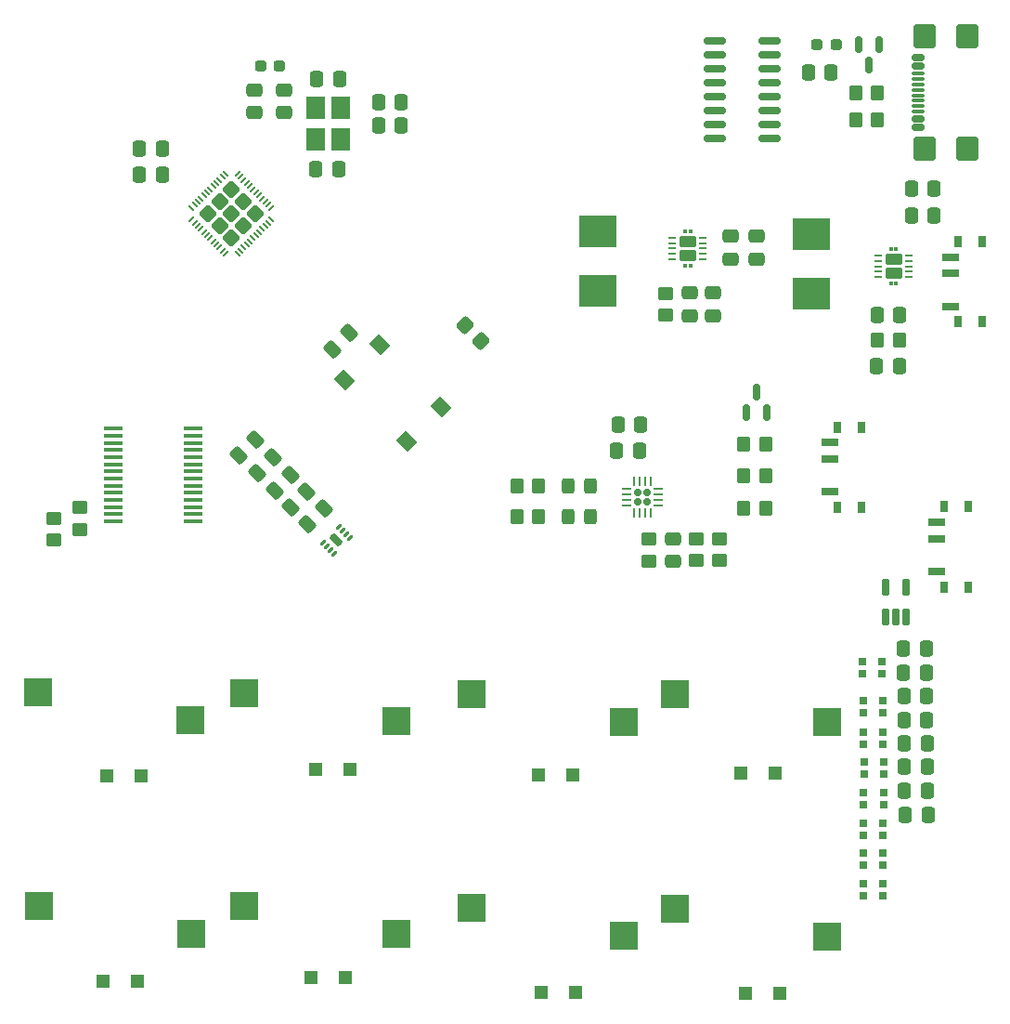
<source format=gbr>
%TF.GenerationSoftware,KiCad,Pcbnew,8.0.2*%
%TF.CreationDate,2025-08-30T14:31:31+07:00*%
%TF.ProjectId,minions,6d696e69-6f6e-4732-9e6b-696361645f70,1*%
%TF.SameCoordinates,Original*%
%TF.FileFunction,Paste,Top*%
%TF.FilePolarity,Positive*%
%FSLAX46Y46*%
G04 Gerber Fmt 4.6, Leading zero omitted, Abs format (unit mm)*
G04 Created by KiCad (PCBNEW 8.0.2) date 2025-08-30 14:31:31*
%MOMM*%
%LPD*%
G01*
G04 APERTURE LIST*
G04 Aperture macros list*
%AMRoundRect*
0 Rectangle with rounded corners*
0 $1 Rounding radius*
0 $2 $3 $4 $5 $6 $7 $8 $9 X,Y pos of 4 corners*
0 Add a 4 corners polygon primitive as box body*
4,1,4,$2,$3,$4,$5,$6,$7,$8,$9,$2,$3,0*
0 Add four circle primitives for the rounded corners*
1,1,$1+$1,$2,$3*
1,1,$1+$1,$4,$5*
1,1,$1+$1,$6,$7*
1,1,$1+$1,$8,$9*
0 Add four rect primitives between the rounded corners*
20,1,$1+$1,$2,$3,$4,$5,0*
20,1,$1+$1,$4,$5,$6,$7,0*
20,1,$1+$1,$6,$7,$8,$9,0*
20,1,$1+$1,$8,$9,$2,$3,0*%
%AMRotRect*
0 Rectangle, with rotation*
0 The origin of the aperture is its center*
0 $1 length*
0 $2 width*
0 $3 Rotation angle, in degrees counterclockwise*
0 Add horizontal line*
21,1,$1,$2,0,0,$3*%
G04 Aperture macros list end*
%ADD10R,0.800000X1.000000*%
%ADD11R,1.500000X0.700000*%
%ADD12RoundRect,0.237500X0.287500X0.237500X-0.287500X0.237500X-0.287500X-0.237500X0.287500X-0.237500X0*%
%ADD13RoundRect,0.250000X0.565685X0.070711X0.070711X0.565685X-0.565685X-0.070711X-0.070711X-0.565685X0*%
%ADD14R,0.700000X0.700000*%
%ADD15RoundRect,0.250000X0.337500X0.475000X-0.337500X0.475000X-0.337500X-0.475000X0.337500X-0.475000X0*%
%ADD16RoundRect,0.250000X-0.475000X0.337500X-0.475000X-0.337500X0.475000X-0.337500X0.475000X0.337500X0*%
%ADD17RoundRect,0.250000X-0.337500X-0.475000X0.337500X-0.475000X0.337500X0.475000X-0.337500X0.475000X0*%
%ADD18RoundRect,0.250000X0.097227X-0.574524X0.574524X-0.097227X-0.097227X0.574524X-0.574524X0.097227X0*%
%ADD19RoundRect,0.150000X0.825000X0.150000X-0.825000X0.150000X-0.825000X-0.150000X0.825000X-0.150000X0*%
%ADD20RoundRect,0.250000X0.350000X0.450000X-0.350000X0.450000X-0.350000X-0.450000X0.350000X-0.450000X0*%
%ADD21RotRect,1.550000X1.300000X315.000000*%
%ADD22R,1.200000X1.200000*%
%ADD23RoundRect,0.250000X-0.350000X-0.450000X0.350000X-0.450000X0.350000X0.450000X-0.350000X0.450000X0*%
%ADD24RoundRect,0.162500X0.162500X-0.617500X0.162500X0.617500X-0.162500X0.617500X-0.162500X-0.617500X0*%
%ADD25RoundRect,0.025000X-0.100000X-0.145000X0.100000X-0.145000X0.100000X0.145000X-0.100000X0.145000X0*%
%ADD26RoundRect,0.106000X-0.644000X-0.424000X0.644000X-0.424000X0.644000X0.424000X-0.644000X0.424000X0*%
%ADD27RoundRect,0.060000X-0.240000X-0.060000X0.240000X-0.060000X0.240000X0.060000X-0.240000X0.060000X0*%
%ADD28RoundRect,0.250000X0.450000X-0.350000X0.450000X0.350000X-0.450000X0.350000X-0.450000X-0.350000X0*%
%ADD29RoundRect,0.150000X0.425000X-0.150000X0.425000X0.150000X-0.425000X0.150000X-0.425000X-0.150000X0*%
%ADD30RoundRect,0.075000X0.500000X-0.075000X0.500000X0.075000X-0.500000X0.075000X-0.500000X-0.075000X0*%
%ADD31RoundRect,0.250000X0.750000X-0.840000X0.750000X0.840000X-0.750000X0.840000X-0.750000X-0.840000X0*%
%ADD32R,3.500000X2.950000*%
%ADD33RoundRect,0.250000X-0.450000X0.350000X-0.450000X-0.350000X0.450000X-0.350000X0.450000X0.350000X0*%
%ADD34RoundRect,0.250000X0.000000X-0.523259X0.523259X0.000000X0.000000X0.523259X-0.523259X0.000000X0*%
%ADD35RoundRect,0.050000X-0.212132X-0.282843X0.282843X0.212132X0.212132X0.282843X-0.282843X-0.212132X0*%
%ADD36RoundRect,0.050000X0.212132X-0.282843X0.282843X-0.212132X-0.212132X0.282843X-0.282843X0.212132X0*%
%ADD37R,1.800000X2.100000*%
%ADD38RoundRect,0.160000X-0.160000X0.160000X-0.160000X-0.160000X0.160000X-0.160000X0.160000X0.160000X0*%
%ADD39RoundRect,0.062500X-0.062500X0.375000X-0.062500X-0.375000X0.062500X-0.375000X0.062500X0.375000X0*%
%ADD40RoundRect,0.062500X-0.375000X0.062500X-0.375000X-0.062500X0.375000X-0.062500X0.375000X0.062500X0*%
%ADD41RoundRect,0.150000X-0.150000X0.587500X-0.150000X-0.587500X0.150000X-0.587500X0.150000X0.587500X0*%
%ADD42RoundRect,0.250000X0.325000X0.450000X-0.325000X0.450000X-0.325000X-0.450000X0.325000X-0.450000X0*%
%ADD43R,1.750000X0.450000*%
%ADD44RoundRect,0.160000X0.229810X-0.456084X0.456084X-0.229810X-0.229810X0.456084X-0.456084X0.229810X0*%
%ADD45RoundRect,0.062500X-0.159099X-0.247487X0.247487X0.159099X0.159099X0.247487X-0.247487X-0.159099X0*%
%ADD46RoundRect,0.150000X0.150000X-0.587500X0.150000X0.587500X-0.150000X0.587500X-0.150000X-0.587500X0*%
%ADD47RoundRect,0.237500X-0.287500X-0.237500X0.287500X-0.237500X0.287500X0.237500X-0.287500X0.237500X0*%
%ADD48R,2.550000X2.500000*%
G04 APERTURE END LIST*
D10*
%TO.C,SW4*%
X197922327Y-96289486D03*
X200132326Y-96289486D03*
X197922327Y-88989486D03*
X200132328Y-88989486D03*
D11*
X197272328Y-94889487D03*
X197272327Y-91889488D03*
X197272326Y-90389486D03*
%TD*%
D12*
%TO.C,FB1*%
X186827326Y-70997667D03*
X185077326Y-70997667D03*
%TD*%
D13*
%TO.C,R10*%
X154407107Y-98057107D03*
X152992893Y-96642893D03*
%TD*%
D14*
%TO.C,D17*%
X191115001Y-134800001D03*
X191114997Y-133700005D03*
X189284999Y-133699999D03*
X189285003Y-134799995D03*
%TD*%
D15*
%TO.C,C3*%
X168987328Y-105677671D03*
X166912328Y-105677671D03*
%TD*%
D16*
%TO.C,C57*%
X133750000Y-75162500D03*
X133750000Y-77237500D03*
%TD*%
D17*
%TO.C,C5*%
X193062500Y-134700000D03*
X195137500Y-134700000D03*
%TD*%
%TO.C,C42*%
X192962500Y-128250000D03*
X195037500Y-128250000D03*
%TD*%
%TO.C,C41*%
X192962498Y-126100001D03*
X195037498Y-126100001D03*
%TD*%
D16*
%TO.C,C17*%
X177172327Y-88497669D03*
X177172327Y-90572669D03*
%TD*%
D17*
%TO.C,C43*%
X193012500Y-130350000D03*
X195087500Y-130350000D03*
%TD*%
D18*
%TO.C,C40*%
X135614373Y-111680499D03*
X137081619Y-110213253D03*
%TD*%
D19*
%TO.C,U4*%
X180727327Y-79542669D03*
X180727327Y-78272669D03*
X180727325Y-77002671D03*
X180727327Y-75732669D03*
X180727327Y-74462669D03*
X180727327Y-73192668D03*
X180727328Y-71922670D03*
X180727327Y-70652669D03*
X175777327Y-70652669D03*
X175777327Y-71922669D03*
X175777329Y-73192667D03*
X175777327Y-74462669D03*
X175777327Y-75732669D03*
X175777327Y-77002670D03*
X175777326Y-78272668D03*
X175777327Y-79542669D03*
%TD*%
D20*
%TO.C,R4*%
X190602326Y-75447669D03*
X188602326Y-75447669D03*
%TD*%
D21*
%TO.C,SW1*%
X145181981Y-98418019D03*
X150803480Y-104039518D03*
X142000000Y-101600000D03*
X147621499Y-107221499D03*
%TD*%
D15*
%TO.C,C1*%
X168887328Y-108027671D03*
X166812328Y-108027671D03*
%TD*%
%TO.C,C18*%
X141537500Y-74150000D03*
X139462500Y-74150000D03*
%TD*%
D18*
%TO.C,C22*%
X138619574Y-114756414D03*
X140086820Y-113289168D03*
%TD*%
%TO.C,C56*%
X137072776Y-113209617D03*
X138540022Y-111742371D03*
%TD*%
D22*
%TO.C,D2*%
X163085000Y-157400000D03*
X159935000Y-157400000D03*
%TD*%
D18*
%TO.C,C19*%
X140895146Y-98780412D03*
X142362392Y-97313166D03*
%TD*%
D14*
%TO.C,D11*%
X191114996Y-131899996D03*
X191115000Y-130799999D03*
X189285004Y-130800004D03*
X189285000Y-131900001D03*
%TD*%
D23*
%TO.C,R11*%
X178402329Y-110347669D03*
X180402329Y-110347669D03*
%TD*%
D17*
%TO.C,C13*%
X193664827Y-86639486D03*
X195739827Y-86639486D03*
%TD*%
D24*
%TO.C,U1*%
X191300001Y-123199999D03*
X192250000Y-123200000D03*
X193200001Y-123200003D03*
X193199999Y-120500001D03*
X191299999Y-120499997D03*
%TD*%
D16*
%TO.C,C14*%
X173452328Y-93660171D03*
X173452328Y-95735171D03*
%TD*%
D23*
%TO.C,R12*%
X178402331Y-113297673D03*
X180402331Y-113297673D03*
%TD*%
D25*
%TO.C,U6*%
X191802329Y-92759487D03*
X191802330Y-89699485D03*
D26*
X192052328Y-90599485D03*
X192052328Y-91859485D03*
D25*
X192302326Y-92759485D03*
X192302327Y-89699483D03*
D27*
X190652328Y-90229485D03*
X190652328Y-90729482D03*
X190652328Y-91229485D03*
X190652328Y-91729488D03*
X190652328Y-92229485D03*
X193452328Y-92229485D03*
X193452328Y-91729488D03*
X193452328Y-91229485D03*
X193452328Y-90729482D03*
X193452328Y-90229485D03*
%TD*%
D18*
%TO.C,C39*%
X133988025Y-110054154D03*
X135455271Y-108586908D03*
%TD*%
D17*
%TO.C,C6*%
X193062500Y-136850000D03*
X195137500Y-136850000D03*
%TD*%
D10*
%TO.C,SW2*%
X196650002Y-120450000D03*
X198860001Y-120450000D03*
X196650002Y-113150000D03*
X198860003Y-113150000D03*
D11*
X196000003Y-119050002D03*
X196000000Y-116050000D03*
X196000003Y-114549998D03*
%TD*%
D14*
%TO.C,D8*%
X191015000Y-128350001D03*
X191014996Y-127250004D03*
X189185000Y-127249999D03*
X189185004Y-128349996D03*
%TD*%
D23*
%TO.C,R5*%
X178402333Y-107397671D03*
X180402333Y-107397671D03*
%TD*%
D17*
%TO.C,C2*%
X184264830Y-73547669D03*
X186339830Y-73547669D03*
%TD*%
%TO.C,C20*%
X123262500Y-82850000D03*
X125337500Y-82850000D03*
%TD*%
D28*
%TO.C,R1*%
X115500000Y-116200000D03*
X115500000Y-114200000D03*
%TD*%
D17*
%TO.C,C44*%
X193012500Y-132550000D03*
X195087500Y-132550000D03*
%TD*%
D20*
%TO.C,R17*%
X159699828Y-114077670D03*
X157699828Y-114077670D03*
%TD*%
%TO.C,R3*%
X190602326Y-77877664D03*
X188602326Y-77877664D03*
%TD*%
D29*
%TO.C,P1*%
X194272327Y-78597666D03*
X194272326Y-77797667D03*
D30*
X194272330Y-76647667D03*
X194272327Y-75647668D03*
X194272325Y-75147667D03*
X194272327Y-74147665D03*
D29*
X194272328Y-72997665D03*
X194272326Y-72197665D03*
X194272326Y-72197665D03*
X194272328Y-72997665D03*
D30*
X194272330Y-73647666D03*
X194272327Y-74647667D03*
X194272327Y-76147666D03*
X194272324Y-77147666D03*
D29*
X194272326Y-77797667D03*
X194272327Y-78597666D03*
D31*
X198777329Y-80507668D03*
X194847327Y-80507666D03*
X194847327Y-70287664D03*
X198777328Y-70287663D03*
%TD*%
D32*
%TO.C,L1*%
X184552327Y-88314486D03*
X184552327Y-93764486D03*
%TD*%
D16*
%TO.C,C21*%
X136450000Y-75162500D03*
X136450000Y-77237500D03*
%TD*%
D33*
%TO.C,R14*%
X176152328Y-116047671D03*
X176152328Y-118047671D03*
%TD*%
D34*
%TO.C,U7*%
X129503043Y-86440459D03*
X130584917Y-87522327D03*
X131666794Y-88604202D03*
X132748662Y-87522328D03*
X131666790Y-86440455D03*
X130584918Y-85358582D03*
X131666786Y-84276708D03*
X132748663Y-85358583D03*
X133830537Y-86440451D03*
D35*
X128025190Y-86970785D03*
X128308035Y-87253627D03*
X128590876Y-87536470D03*
X128873718Y-87819312D03*
X129156561Y-88102156D03*
X129439404Y-88384999D03*
X129722246Y-88667841D03*
X130005089Y-88950685D03*
X130287933Y-89233527D03*
X130570774Y-89516369D03*
X130853616Y-89799213D03*
X131136460Y-90082055D03*
D36*
X132197120Y-90082055D03*
X132479962Y-89799210D03*
X132762805Y-89516369D03*
X133045647Y-89233527D03*
X133328491Y-88950684D03*
X133611334Y-88667841D03*
X133894176Y-88384999D03*
X134177020Y-88102156D03*
X134459862Y-87819312D03*
X134742704Y-87536471D03*
X135025548Y-87253629D03*
X135308390Y-86970785D03*
D35*
X135308390Y-85910125D03*
X135025545Y-85627283D03*
X134742704Y-85344440D03*
X134459862Y-85061598D03*
X134177019Y-84778754D03*
X133894176Y-84495911D03*
X133611334Y-84213069D03*
X133328491Y-83930225D03*
X133045647Y-83647383D03*
X132762806Y-83364541D03*
X132479964Y-83081697D03*
X132197120Y-82798855D03*
D36*
X131136460Y-82798855D03*
X130853618Y-83081700D03*
X130570775Y-83364541D03*
X130287933Y-83647383D03*
X130005089Y-83930226D03*
X129722246Y-84213069D03*
X129439404Y-84495911D03*
X129156560Y-84778754D03*
X128873718Y-85061598D03*
X128590876Y-85344439D03*
X128308032Y-85627281D03*
X128025190Y-85910125D03*
%TD*%
D37*
%TO.C,Y1*%
X139306066Y-76768448D03*
X139306063Y-79668449D03*
X141606066Y-79668452D03*
X141606069Y-76768451D03*
%TD*%
D28*
%TO.C,R2*%
X117850000Y-115200000D03*
X117850000Y-113200000D03*
%TD*%
D38*
%TO.C,U5*%
X169549828Y-111877671D03*
X168749828Y-111877671D03*
X169549828Y-112677671D03*
X168749828Y-112677671D03*
D39*
X169899828Y-110840171D03*
X169399828Y-110840171D03*
X168899828Y-110840171D03*
X168399828Y-110840171D03*
D40*
X167712328Y-111527671D03*
X167712328Y-112027671D03*
X167712328Y-112527671D03*
X167712328Y-113027671D03*
D39*
X168399828Y-113715171D03*
X168899828Y-113715171D03*
X169399828Y-113715171D03*
X169899828Y-113715171D03*
D40*
X170587328Y-113027671D03*
X170587328Y-112527671D03*
X170587328Y-112027671D03*
X170587328Y-111527671D03*
%TD*%
D33*
%TO.C,R16*%
X171302328Y-93697671D03*
X171302328Y-95697671D03*
%TD*%
D15*
%TO.C,C35*%
X147137500Y-78400000D03*
X145062500Y-78400000D03*
%TD*%
D17*
%TO.C,C11*%
X190564827Y-95639486D03*
X192639827Y-95639486D03*
%TD*%
D22*
%TO.C,D14*%
X119965000Y-156360000D03*
X123115000Y-156360000D03*
%TD*%
%TO.C,D7*%
X139365000Y-137110000D03*
X142515000Y-137110000D03*
%TD*%
D14*
%TO.C,D9*%
X191165000Y-140250001D03*
X191164998Y-139149999D03*
X189335000Y-139149999D03*
X189335002Y-140250001D03*
%TD*%
D22*
%TO.C,D1*%
X162835000Y-137600000D03*
X159685000Y-137600000D03*
%TD*%
D17*
%TO.C,C12*%
X193664827Y-84189487D03*
X195739827Y-84189487D03*
%TD*%
D16*
%TO.C,C16*%
X179562328Y-88477671D03*
X179562328Y-90552671D03*
%TD*%
D15*
%TO.C,C36*%
X147137500Y-76300000D03*
X145062500Y-76300000D03*
%TD*%
D41*
%TO.C,Q2*%
X190764825Y-71060164D03*
X188864829Y-71060166D03*
X189814828Y-72935167D03*
%TD*%
D16*
%TO.C,C15*%
X175612328Y-93677671D03*
X175612328Y-95752671D03*
%TD*%
D17*
%TO.C,C8*%
X139362500Y-82400000D03*
X141437500Y-82400000D03*
%TD*%
D42*
%TO.C,D4*%
X164424825Y-111277672D03*
X162374829Y-111277670D03*
%TD*%
D22*
%TO.C,D15*%
X138915000Y-156010000D03*
X142065000Y-156010000D03*
%TD*%
D23*
%TO.C,R13*%
X190569948Y-97974432D03*
X192569948Y-97974432D03*
%TD*%
D17*
%TO.C,C9*%
X193112500Y-141200000D03*
X195187500Y-141200000D03*
%TD*%
D43*
%TO.C,U8*%
X120930000Y-106025000D03*
X120930000Y-106675000D03*
X120930001Y-107324999D03*
X120930000Y-107975000D03*
X120929998Y-108625001D03*
X120930000Y-109274999D03*
X120930000Y-109925000D03*
X120930000Y-110575000D03*
X120930000Y-111225000D03*
X120929999Y-111875000D03*
X120930000Y-112525000D03*
X120929998Y-113174999D03*
X120930001Y-113825000D03*
X120930000Y-114475000D03*
X128130000Y-114475000D03*
X128130000Y-113825000D03*
X128129999Y-113175001D03*
X128130000Y-112525000D03*
X128130002Y-111874999D03*
X128130000Y-111225001D03*
X128130000Y-110575000D03*
X128130000Y-109925000D03*
X128130000Y-109275000D03*
X128130001Y-108625000D03*
X128130000Y-107975000D03*
X128130002Y-107325001D03*
X128129999Y-106675000D03*
X128130000Y-106025000D03*
%TD*%
D14*
%TO.C,D10*%
X191115000Y-143050001D03*
X191114997Y-141950005D03*
X189285000Y-141949999D03*
X189285003Y-143049995D03*
%TD*%
D17*
%TO.C,C37*%
X123262500Y-80550000D03*
X125337500Y-80550000D03*
%TD*%
D20*
%TO.C,R15*%
X159699828Y-111277670D03*
X157699828Y-111277670D03*
%TD*%
D22*
%TO.C,D5*%
X178135000Y-137400000D03*
X181285000Y-137400000D03*
%TD*%
D25*
%TO.C,U9*%
X173012329Y-88085171D03*
X173012329Y-91145173D03*
D26*
X173262328Y-88985171D03*
X173262328Y-90245171D03*
D25*
X173512327Y-88085169D03*
X173512327Y-91145171D03*
D27*
X171862328Y-88615171D03*
X171862328Y-89115171D03*
X171862328Y-89615171D03*
X171862328Y-90115174D03*
X171862328Y-90615171D03*
X174662328Y-90615171D03*
X174662328Y-90115171D03*
X174662328Y-89615171D03*
X174662328Y-89115168D03*
X174662328Y-88615171D03*
%TD*%
D33*
%TO.C,R6*%
X174052328Y-116047671D03*
X174052328Y-118047671D03*
%TD*%
D16*
%TO.C,C10*%
X171952328Y-116060171D03*
X171952328Y-118135171D03*
%TD*%
D17*
%TO.C,C7*%
X193062500Y-139050000D03*
X195137500Y-139050000D03*
%TD*%
D10*
%TO.C,SW3*%
X186922328Y-113197671D03*
X189132327Y-113197671D03*
X186922328Y-105897671D03*
X189132329Y-105897671D03*
D11*
X186272329Y-111797673D03*
X186272327Y-108797673D03*
X186272327Y-107297670D03*
%TD*%
D33*
%TO.C,R7*%
X169749828Y-116077671D03*
X169749828Y-118077671D03*
%TD*%
D42*
%TO.C,D32*%
X164424826Y-114077672D03*
X162374830Y-114077670D03*
%TD*%
D14*
%TO.C,D23*%
X191178859Y-137499723D03*
X191178854Y-136399727D03*
X189348857Y-136399723D03*
X189348862Y-137499719D03*
%TD*%
D22*
%TO.C,D3*%
X123465000Y-137660000D03*
X120315000Y-137660000D03*
%TD*%
D44*
%TO.C,U10*%
X141244709Y-116197145D03*
D45*
X140007273Y-116373922D03*
X140360825Y-116727476D03*
X140714379Y-117081028D03*
X141067932Y-117434582D03*
X142482145Y-116020368D03*
X142128593Y-115666814D03*
X141775039Y-115313262D03*
X141421486Y-114959708D03*
%TD*%
D17*
%TO.C,C4*%
X190514828Y-100339486D03*
X192589828Y-100339486D03*
%TD*%
D46*
%TO.C,Q1*%
X178602333Y-104585173D03*
X180502327Y-104585174D03*
X179552330Y-102710171D03*
%TD*%
D14*
%TO.C,D13*%
X191115001Y-148600001D03*
X191114997Y-147500005D03*
X189284999Y-147499999D03*
X189285003Y-148599995D03*
%TD*%
D47*
%TO.C,L3*%
X134325000Y-73000000D03*
X136075000Y-73000000D03*
%TD*%
D18*
%TO.C,C38*%
X132352840Y-108472001D03*
X133820086Y-107004755D03*
%TD*%
D14*
%TO.C,D12*%
X191115001Y-145800001D03*
X191114996Y-144700004D03*
X189284999Y-144699999D03*
X189285004Y-145799996D03*
%TD*%
D32*
%TO.C,L2*%
X165062328Y-88040171D03*
X165062328Y-93490171D03*
%TD*%
D48*
%TO.C,K8*%
X146680000Y-152040000D03*
X132830000Y-149500000D03*
%TD*%
%TO.C,K7*%
X127980000Y-152090000D03*
X114130000Y-149550000D03*
%TD*%
%TO.C,K6*%
X146680000Y-132690000D03*
X132830000Y-130150000D03*
%TD*%
%TO.C,K5*%
X186000000Y-152280000D03*
X172150000Y-149740000D03*
%TD*%
%TO.C,K2*%
X167440000Y-152250000D03*
X153590000Y-149710000D03*
%TD*%
%TO.C,K3*%
X127880000Y-132590000D03*
X114030000Y-130050000D03*
%TD*%
D22*
%TO.C,D6*%
X178535000Y-157450000D03*
X181685000Y-157450000D03*
%TD*%
D48*
%TO.C,K4*%
X186000000Y-132780000D03*
X172150000Y-130240000D03*
%TD*%
%TO.C,K1*%
X167440000Y-132750000D03*
X153590000Y-130210000D03*
%TD*%
M02*

</source>
